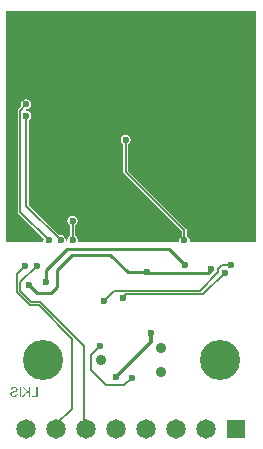
<source format=gbl>
G04*
G04 #@! TF.GenerationSoftware,Altium Limited,Altium Designer,21.6.4 (81)*
G04*
G04 Layer_Physical_Order=4*
G04 Layer_Color=16711680*
%FSLAX44Y44*%
%MOMM*%
G71*
G04*
G04 #@! TF.SameCoordinates,B4D087F0-9EC3-4593-89C5-D5A80E32FEAA*
G04*
G04*
G04 #@! TF.FilePolarity,Positive*
G04*
G01*
G75*
%ADD10C,0.2540*%
%ADD40C,0.1520*%
%ADD41C,0.3500*%
%ADD42C,0.9000*%
%ADD43C,1.6500*%
%ADD44R,1.6500X1.6500*%
%ADD45C,3.4000*%
%ADD46C,0.6000*%
G36*
X215922Y200000D02*
X160255D01*
X159213Y201270D01*
X159294Y201676D01*
X158962Y203342D01*
X158019Y204755D01*
X157010Y205429D01*
Y210060D01*
X156852Y210852D01*
X156404Y211524D01*
X107257Y260670D01*
Y282997D01*
X108266Y283671D01*
X109210Y285084D01*
X109541Y286750D01*
X109210Y288416D01*
X108266Y289828D01*
X106854Y290772D01*
X105188Y291104D01*
X103522Y290772D01*
X102109Y289828D01*
X101165Y288416D01*
X100834Y286750D01*
X101165Y285084D01*
X102109Y283671D01*
X103118Y282997D01*
Y259812D01*
X103275Y259020D01*
X103724Y258349D01*
X152870Y209203D01*
Y205429D01*
X151861Y204755D01*
X150918Y203342D01*
X150586Y201676D01*
X150667Y201270D01*
X149625Y200000D01*
X65455D01*
X64420Y201270D01*
X64552Y201930D01*
X64220Y203596D01*
X63277Y205009D01*
X62268Y205683D01*
Y214179D01*
X63277Y214853D01*
X64220Y216266D01*
X64552Y217932D01*
X64220Y219598D01*
X63277Y221010D01*
X61864Y221954D01*
X60198Y222286D01*
X58532Y221954D01*
X57119Y221010D01*
X56176Y219598D01*
X55844Y217932D01*
X56176Y216266D01*
X57119Y214853D01*
X58128Y214179D01*
Y205683D01*
X57119Y205009D01*
X56176Y203596D01*
X55844Y201930D01*
X55067Y201301D01*
X54392Y201676D01*
X54060Y203342D01*
X53116Y204755D01*
X51704Y205698D01*
X50038Y206030D01*
X48848Y205793D01*
X23152Y231489D01*
Y303154D01*
X24049Y303754D01*
X24992Y305166D01*
X25324Y306832D01*
X24992Y308498D01*
X24049Y309911D01*
X22636Y310854D01*
X21307Y311119D01*
X20789Y312005D01*
X20696Y312426D01*
X20712Y312448D01*
X20970Y312396D01*
X22636Y312728D01*
X24049Y313671D01*
X24992Y315084D01*
X25324Y316750D01*
X24992Y318416D01*
X24049Y319828D01*
X22636Y320772D01*
X20970Y321104D01*
X19304Y320772D01*
X17891Y319828D01*
X16948Y318416D01*
X16616Y316750D01*
X16870Y315477D01*
X14284Y312892D01*
X13836Y312220D01*
X13678Y311428D01*
Y225806D01*
X13836Y225014D01*
X14284Y224342D01*
X35761Y202866D01*
X35524Y201676D01*
X35605Y201270D01*
X34563Y200000D01*
X4078D01*
X4078Y395922D01*
X215922D01*
Y200000D01*
D02*
G37*
G36*
X24397Y69135D02*
X23323D01*
Y71951D01*
X21997Y73230D01*
X19104Y69135D01*
X17685D01*
X21246Y73958D01*
X17831Y77255D01*
X19292D01*
X23323Y73225D01*
Y77255D01*
X24397D01*
Y69135D01*
D02*
G37*
G36*
X30704D02*
X25635D01*
Y70091D01*
X29630D01*
Y77255D01*
X30704D01*
Y69135D01*
D02*
G37*
G36*
X16611D02*
X15537D01*
Y77255D01*
X16611D01*
Y69135D01*
D02*
G37*
G36*
X10996Y77390D02*
X11142Y77385D01*
X11283Y77373D01*
X11424Y77355D01*
X11553Y77332D01*
X11676Y77308D01*
X11788Y77285D01*
X11893Y77255D01*
X11993Y77232D01*
X12081Y77203D01*
X12152Y77179D01*
X12216Y77161D01*
X12269Y77138D01*
X12304Y77126D01*
X12328Y77120D01*
X12334Y77115D01*
X12457Y77062D01*
X12568Y77003D01*
X12674Y76939D01*
X12773Y76874D01*
X12867Y76804D01*
X12950Y76739D01*
X13026Y76669D01*
X13090Y76604D01*
X13149Y76546D01*
X13202Y76487D01*
X13249Y76440D01*
X13284Y76393D01*
X13313Y76358D01*
X13331Y76328D01*
X13343Y76311D01*
X13348Y76305D01*
X13407Y76205D01*
X13460Y76100D01*
X13507Y76000D01*
X13548Y75900D01*
X13583Y75800D01*
X13613Y75706D01*
X13630Y75618D01*
X13654Y75530D01*
X13665Y75448D01*
X13677Y75378D01*
X13683Y75313D01*
X13689Y75261D01*
X13695Y75214D01*
Y75184D01*
Y75161D01*
Y75155D01*
X13689Y75049D01*
X13683Y74949D01*
X13648Y74762D01*
X13607Y74592D01*
X13577Y74515D01*
X13554Y74439D01*
X13525Y74374D01*
X13501Y74316D01*
X13478Y74269D01*
X13454Y74228D01*
X13436Y74193D01*
X13425Y74169D01*
X13419Y74152D01*
X13413Y74146D01*
X13354Y74064D01*
X13296Y73981D01*
X13155Y73835D01*
X13014Y73706D01*
X12873Y73600D01*
X12803Y73553D01*
X12744Y73512D01*
X12686Y73471D01*
X12639Y73442D01*
X12598Y73418D01*
X12568Y73401D01*
X12550Y73395D01*
X12545Y73389D01*
X12451Y73342D01*
X12351Y73301D01*
X12234Y73254D01*
X12111Y73207D01*
X11852Y73119D01*
X11594Y73043D01*
X11477Y73007D01*
X11359Y72978D01*
X11254Y72949D01*
X11166Y72925D01*
X11090Y72908D01*
X11031Y72890D01*
X11013Y72884D01*
X10996D01*
X10990Y72878D01*
X10984D01*
X10784Y72831D01*
X10603Y72785D01*
X10432Y72743D01*
X10286Y72702D01*
X10151Y72667D01*
X10033Y72638D01*
X9934Y72608D01*
X9840Y72579D01*
X9764Y72556D01*
X9699Y72538D01*
X9652Y72520D01*
X9611Y72509D01*
X9576Y72497D01*
X9558Y72491D01*
X9546Y72485D01*
X9541D01*
X9447Y72444D01*
X9365Y72409D01*
X9282Y72368D01*
X9212Y72327D01*
X9142Y72286D01*
X9083Y72245D01*
X9030Y72204D01*
X8983Y72168D01*
X8942Y72133D01*
X8907Y72098D01*
X8848Y72045D01*
X8819Y72010D01*
X8807Y72004D01*
Y71998D01*
X8731Y71887D01*
X8672Y71775D01*
X8631Y71664D01*
X8608Y71564D01*
X8590Y71470D01*
X8584Y71435D01*
Y71400D01*
X8578Y71370D01*
Y71353D01*
Y71341D01*
Y71335D01*
X8590Y71200D01*
X8613Y71065D01*
X8655Y70948D01*
X8696Y70848D01*
X8737Y70760D01*
X8760Y70725D01*
X8778Y70696D01*
X8789Y70672D01*
X8801Y70655D01*
X8813Y70643D01*
Y70637D01*
X8907Y70525D01*
X9018Y70426D01*
X9136Y70338D01*
X9247Y70267D01*
X9353Y70215D01*
X9394Y70191D01*
X9435Y70174D01*
X9464Y70156D01*
X9488Y70144D01*
X9505Y70138D01*
X9511D01*
X9693Y70080D01*
X9875Y70033D01*
X10057Y70003D01*
X10227Y69980D01*
X10303Y69974D01*
X10374Y69968D01*
X10432Y69962D01*
X10485D01*
X10532Y69956D01*
X10591D01*
X10843Y69968D01*
X11078Y69992D01*
X11189Y70015D01*
X11289Y70033D01*
X11389Y70056D01*
X11477Y70080D01*
X11553Y70097D01*
X11629Y70121D01*
X11688Y70144D01*
X11741Y70162D01*
X11782Y70174D01*
X11817Y70185D01*
X11835Y70197D01*
X11841D01*
X11940Y70244D01*
X12034Y70291D01*
X12122Y70344D01*
X12198Y70396D01*
X12275Y70449D01*
X12339Y70502D01*
X12404Y70555D01*
X12457Y70602D01*
X12504Y70649D01*
X12545Y70690D01*
X12580Y70725D01*
X12603Y70760D01*
X12627Y70789D01*
X12644Y70807D01*
X12650Y70819D01*
X12656Y70825D01*
X12744Y70983D01*
X12815Y71147D01*
X12873Y71318D01*
X12914Y71476D01*
X12932Y71552D01*
X12950Y71617D01*
X12961Y71681D01*
X12967Y71734D01*
X12979Y71775D01*
Y71805D01*
X12985Y71828D01*
Y71834D01*
X14000Y71746D01*
X13994Y71593D01*
X13976Y71447D01*
X13953Y71306D01*
X13923Y71171D01*
X13888Y71048D01*
X13853Y70925D01*
X13812Y70813D01*
X13771Y70707D01*
X13736Y70613D01*
X13695Y70531D01*
X13659Y70461D01*
X13624Y70396D01*
X13601Y70349D01*
X13577Y70314D01*
X13566Y70291D01*
X13560Y70285D01*
X13478Y70168D01*
X13390Y70056D01*
X13296Y69956D01*
X13196Y69862D01*
X13102Y69774D01*
X13002Y69692D01*
X12909Y69622D01*
X12815Y69557D01*
X12732Y69505D01*
X12650Y69452D01*
X12580Y69411D01*
X12515Y69376D01*
X12463Y69352D01*
X12427Y69334D01*
X12398Y69323D01*
X12392Y69317D01*
X12251Y69264D01*
X12099Y69211D01*
X11946Y69170D01*
X11788Y69135D01*
X11477Y69076D01*
X11330Y69059D01*
X11189Y69041D01*
X11054Y69029D01*
X10931Y69018D01*
X10820Y69012D01*
X10726Y69006D01*
X10649Y69000D01*
X10544D01*
X10386Y69006D01*
X10227Y69012D01*
X10074Y69029D01*
X9934Y69047D01*
X9799Y69076D01*
X9670Y69100D01*
X9546Y69129D01*
X9435Y69158D01*
X9335Y69188D01*
X9247Y69217D01*
X9171Y69246D01*
X9106Y69270D01*
X9054Y69288D01*
X9013Y69305D01*
X8989Y69311D01*
X8983Y69317D01*
X8854Y69381D01*
X8737Y69446D01*
X8625Y69516D01*
X8526Y69587D01*
X8432Y69663D01*
X8344Y69739D01*
X8262Y69810D01*
X8191Y69880D01*
X8127Y69945D01*
X8074Y70003D01*
X8027Y70062D01*
X7992Y70109D01*
X7962Y70150D01*
X7939Y70179D01*
X7927Y70197D01*
X7921Y70203D01*
X7857Y70314D01*
X7798Y70420D01*
X7745Y70531D01*
X7704Y70637D01*
X7669Y70743D01*
X7639Y70842D01*
X7610Y70942D01*
X7593Y71030D01*
X7575Y71118D01*
X7563Y71194D01*
X7557Y71259D01*
X7552Y71318D01*
X7546Y71365D01*
Y71400D01*
Y71423D01*
Y71429D01*
X7552Y71552D01*
X7557Y71664D01*
X7575Y71775D01*
X7599Y71881D01*
X7622Y71986D01*
X7651Y72080D01*
X7686Y72168D01*
X7716Y72250D01*
X7745Y72321D01*
X7780Y72386D01*
X7810Y72444D01*
X7833Y72491D01*
X7857Y72526D01*
X7868Y72556D01*
X7880Y72573D01*
X7886Y72579D01*
X7956Y72673D01*
X8027Y72761D01*
X8191Y72925D01*
X8367Y73066D01*
X8455Y73131D01*
X8537Y73183D01*
X8619Y73236D01*
X8696Y73283D01*
X8760Y73318D01*
X8819Y73354D01*
X8866Y73377D01*
X8907Y73395D01*
X8930Y73406D01*
X8936Y73412D01*
X9036Y73453D01*
X9153Y73494D01*
X9282Y73541D01*
X9423Y73582D01*
X9570Y73629D01*
X9717Y73670D01*
X10016Y73747D01*
X10157Y73788D01*
X10292Y73817D01*
X10415Y73847D01*
X10520Y73876D01*
X10608Y73893D01*
X10644Y73905D01*
X10673Y73911D01*
X10696Y73917D01*
X10714D01*
X10726Y73923D01*
X10732D01*
X10966Y73981D01*
X11178Y74034D01*
X11365Y74087D01*
X11536Y74140D01*
X11682Y74193D01*
X11817Y74240D01*
X11929Y74286D01*
X12028Y74328D01*
X12111Y74369D01*
X12175Y74404D01*
X12234Y74433D01*
X12275Y74462D01*
X12310Y74480D01*
X12328Y74498D01*
X12339Y74504D01*
X12345Y74510D01*
X12398Y74562D01*
X12445Y74621D01*
X12492Y74680D01*
X12527Y74744D01*
X12580Y74861D01*
X12615Y74979D01*
X12639Y75079D01*
X12644Y75120D01*
X12650Y75161D01*
X12656Y75190D01*
Y75214D01*
Y75225D01*
Y75231D01*
X12650Y75325D01*
X12639Y75413D01*
X12615Y75501D01*
X12586Y75577D01*
X12515Y75724D01*
X12474Y75794D01*
X12433Y75853D01*
X12392Y75906D01*
X12357Y75953D01*
X12316Y75994D01*
X12286Y76029D01*
X12257Y76059D01*
X12234Y76076D01*
X12222Y76088D01*
X12216Y76094D01*
X12128Y76158D01*
X12028Y76211D01*
X11917Y76258D01*
X11805Y76299D01*
X11688Y76334D01*
X11571Y76364D01*
X11336Y76405D01*
X11230Y76422D01*
X11125Y76434D01*
X11037Y76440D01*
X10955Y76446D01*
X10890Y76452D01*
X10796D01*
X10626Y76446D01*
X10468Y76434D01*
X10321Y76416D01*
X10180Y76393D01*
X10057Y76358D01*
X9940Y76328D01*
X9834Y76293D01*
X9740Y76258D01*
X9658Y76217D01*
X9588Y76182D01*
X9529Y76152D01*
X9476Y76123D01*
X9435Y76094D01*
X9412Y76076D01*
X9394Y76064D01*
X9388Y76059D01*
X9306Y75982D01*
X9230Y75894D01*
X9159Y75806D01*
X9100Y75712D01*
X9048Y75613D01*
X9001Y75519D01*
X8960Y75425D01*
X8930Y75331D01*
X8901Y75243D01*
X8878Y75161D01*
X8860Y75085D01*
X8848Y75026D01*
X8837Y74973D01*
X8831Y74932D01*
X8825Y74908D01*
Y74897D01*
X7792Y74973D01*
X7804Y75102D01*
X7816Y75231D01*
X7839Y75354D01*
X7868Y75472D01*
X7898Y75583D01*
X7933Y75689D01*
X7968Y75789D01*
X8003Y75877D01*
X8044Y75959D01*
X8074Y76029D01*
X8109Y76094D01*
X8138Y76146D01*
X8162Y76188D01*
X8179Y76223D01*
X8191Y76240D01*
X8197Y76246D01*
X8267Y76352D01*
X8349Y76446D01*
X8432Y76540D01*
X8520Y76622D01*
X8608Y76698D01*
X8696Y76768D01*
X8778Y76833D01*
X8866Y76886D01*
X8942Y76939D01*
X9018Y76980D01*
X9083Y77021D01*
X9142Y77050D01*
X9189Y77073D01*
X9224Y77091D01*
X9247Y77097D01*
X9253Y77103D01*
X9382Y77156D01*
X9517Y77203D01*
X9652Y77238D01*
X9793Y77273D01*
X10057Y77326D01*
X10186Y77343D01*
X10303Y77361D01*
X10421Y77373D01*
X10520Y77379D01*
X10614Y77390D01*
X10691D01*
X10755Y77396D01*
X10843D01*
X10996Y77390D01*
D02*
G37*
D10*
X177433Y176209D02*
Y176896D01*
X175768Y174544D02*
X177433Y176209D01*
X175768Y173990D02*
Y174544D01*
X30226Y157226D02*
X41656D01*
X23622Y163830D02*
X30226Y157226D01*
X41656D02*
X46736Y162306D01*
Y176530D02*
X59436Y189230D01*
X46736Y162306D02*
Y176530D01*
X91948Y189230D02*
X106823Y174355D01*
X59436Y189230D02*
X91948D01*
X106823Y174355D02*
X123635D01*
X37338Y176276D02*
X55372Y194310D01*
X141594D02*
X155000Y180904D01*
X55372Y194310D02*
X141594D01*
X37338Y166370D02*
Y176276D01*
X123635Y174355D02*
X124000Y173990D01*
X175768D01*
D40*
X21082Y230632D02*
Y306720D01*
X20970Y306832D02*
X21082Y306720D01*
X20970Y316650D02*
Y316750D01*
X15748Y311428D02*
X20970Y316650D01*
X186904Y180904D02*
X194000D01*
X183388Y174388D02*
Y177388D01*
X186904Y180904D01*
X103240Y154000D02*
X103670D01*
X167790Y158790D02*
X183388Y174388D01*
X95694Y158790D02*
X167790D01*
X103000Y153760D02*
X103240Y154000D01*
X105670Y156000D02*
X171000D01*
X189000Y174000D01*
X87000Y150096D02*
X95694Y158790D01*
X103670Y154000D02*
X105670Y156000D01*
X15748Y225806D02*
X39878Y201676D01*
X15748Y225806D02*
Y311428D01*
X21082Y230632D02*
X50038Y201676D01*
X154940D02*
Y210060D01*
X105188Y259812D02*
Y286750D01*
Y259812D02*
X154940Y210060D01*
X60198Y201930D02*
Y217932D01*
X24130Y146558D02*
X31496D01*
X59944Y118110D01*
X12954Y157734D02*
X24130Y146558D01*
X32755Y149598D02*
X69944Y112409D01*
X15994Y158993D02*
X25389Y149598D01*
X32755D01*
X12954Y157734D02*
Y173228D01*
X15994Y158993D02*
Y166268D01*
X29812Y180086D01*
X59944Y59144D02*
Y118110D01*
X69944Y47656D02*
Y112409D01*
X12954Y173228D02*
X19812Y180086D01*
X104140Y78994D02*
X110236Y85090D01*
X75692Y91694D02*
X88392Y78994D01*
X104140D01*
X75692Y104394D02*
X83058Y111760D01*
X75692Y91694D02*
Y104394D01*
X69944Y47656D02*
X71900Y45700D01*
X46500D02*
X59944Y59144D01*
D41*
X97282Y86025D02*
X127000Y115744D01*
Y123000D01*
X97282Y85598D02*
Y86025D01*
D42*
X135400Y89840D02*
D03*
Y110160D02*
D03*
X84600Y100000D02*
D03*
D43*
X71900Y42200D02*
D03*
X97300D02*
D03*
X122700D02*
D03*
X173500D02*
D03*
X148100D02*
D03*
X46500D02*
D03*
X21100D02*
D03*
D44*
X198900D02*
D03*
D45*
X185000Y100000D02*
D03*
X35000D02*
D03*
D46*
X8000Y215000D02*
D03*
X67000Y279000D02*
D03*
X52000D02*
D03*
X36000D02*
D03*
X78000Y306000D02*
D03*
Y329000D02*
D03*
X69000Y338000D02*
D03*
X58000D02*
D03*
X47000D02*
D03*
X35000D02*
D03*
X67000Y297000D02*
D03*
X37000D02*
D03*
X8000Y204000D02*
D03*
X89000Y212000D02*
D03*
X88000Y227000D02*
D03*
X98000Y207000D02*
D03*
X113000D02*
D03*
X128000D02*
D03*
X212000Y204000D02*
D03*
Y216000D02*
D03*
Y228000D02*
D03*
Y243000D02*
D03*
Y257000D02*
D03*
Y272000D02*
D03*
Y287000D02*
D03*
Y302000D02*
D03*
Y317000D02*
D03*
Y332000D02*
D03*
Y347000D02*
D03*
Y362000D02*
D03*
Y377000D02*
D03*
Y392000D02*
D03*
X203000D02*
D03*
Y377000D02*
D03*
Y362000D02*
D03*
Y347000D02*
D03*
Y332000D02*
D03*
Y317000D02*
D03*
Y302000D02*
D03*
Y287000D02*
D03*
Y272000D02*
D03*
Y257000D02*
D03*
X188000Y392000D02*
D03*
Y377000D02*
D03*
Y362000D02*
D03*
Y347000D02*
D03*
Y332000D02*
D03*
Y317000D02*
D03*
Y302000D02*
D03*
Y287000D02*
D03*
Y272000D02*
D03*
X173000Y392000D02*
D03*
Y377000D02*
D03*
Y362000D02*
D03*
Y347000D02*
D03*
Y332000D02*
D03*
Y317000D02*
D03*
Y302000D02*
D03*
Y287000D02*
D03*
Y242000D02*
D03*
X158000Y392000D02*
D03*
Y377000D02*
D03*
Y362000D02*
D03*
Y347000D02*
D03*
Y332000D02*
D03*
Y317000D02*
D03*
Y302000D02*
D03*
Y257000D02*
D03*
X143000Y392000D02*
D03*
Y377000D02*
D03*
Y362000D02*
D03*
Y347000D02*
D03*
Y332000D02*
D03*
Y317000D02*
D03*
Y272000D02*
D03*
X128000Y392000D02*
D03*
Y377000D02*
D03*
Y332000D02*
D03*
Y287000D02*
D03*
Y227000D02*
D03*
X113000Y392000D02*
D03*
Y377000D02*
D03*
Y302000D02*
D03*
Y272000D02*
D03*
Y242000D02*
D03*
Y227000D02*
D03*
X98000Y392000D02*
D03*
Y377000D02*
D03*
Y257000D02*
D03*
Y242000D02*
D03*
X83000Y392000D02*
D03*
Y377000D02*
D03*
Y362000D02*
D03*
X68000Y392000D02*
D03*
Y377000D02*
D03*
Y317000D02*
D03*
Y257000D02*
D03*
Y242000D02*
D03*
Y227000D02*
D03*
X53000Y392000D02*
D03*
Y377000D02*
D03*
Y257000D02*
D03*
Y242000D02*
D03*
Y227000D02*
D03*
X38000Y392000D02*
D03*
Y377000D02*
D03*
Y317000D02*
D03*
Y257000D02*
D03*
Y242000D02*
D03*
Y227000D02*
D03*
X23000Y392000D02*
D03*
Y377000D02*
D03*
Y362000D02*
D03*
Y347000D02*
D03*
X8000Y392000D02*
D03*
Y377000D02*
D03*
Y257000D02*
D03*
Y242000D02*
D03*
Y227000D02*
D03*
X20970Y306832D02*
D03*
Y316750D02*
D03*
X103000Y153000D02*
D03*
X87000Y150096D02*
D03*
X127000Y123000D02*
D03*
X177433Y176896D02*
D03*
X154940Y201676D02*
D03*
X105188Y286750D02*
D03*
X39878Y201676D02*
D03*
X50038D02*
D03*
X60198Y201930D02*
D03*
Y217932D02*
D03*
X23622Y163830D02*
D03*
X97282Y85598D02*
D03*
X29812Y180086D02*
D03*
X19812D02*
D03*
X37338Y166370D02*
D03*
X110236Y85090D02*
D03*
X83058Y111760D02*
D03*
X123635Y174355D02*
D03*
X189000Y174000D02*
D03*
X155000Y180904D02*
D03*
X194000D02*
D03*
M02*

</source>
